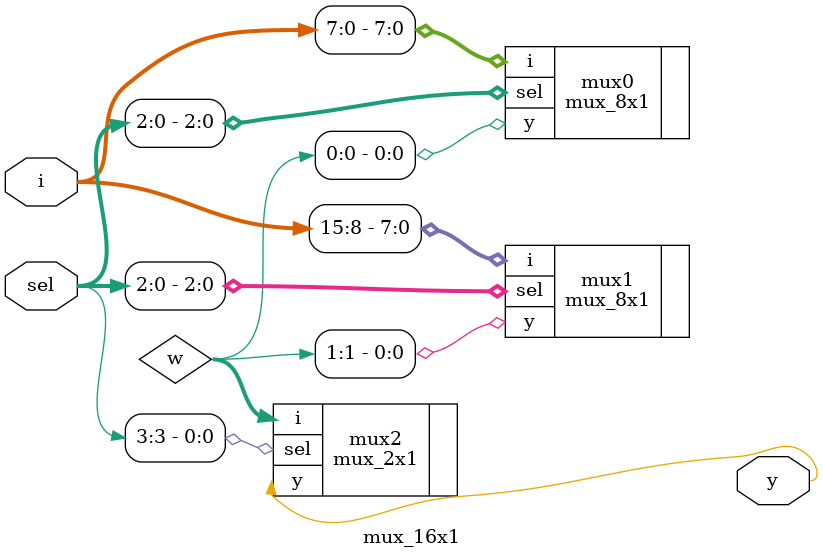
<source format=v>
`timescale 1ns / 1ps


module mux_16x1(
    input [15:0] i,
    input [3:0] sel,
    output y
    );
    
    wire [1:0] w;
    
    mux_8x1 mux0 (.i(i[7:0]), .sel(sel[2:0]), .y(w[0]));
    mux_8x1 mux1 (.i(i[15:8]), .sel(sel[2:0]), .y(w[1]));
    mux_2x1 mux2 (.i(w[1:0]), .sel(sel[3]), .y(y));
    
endmodule

</source>
